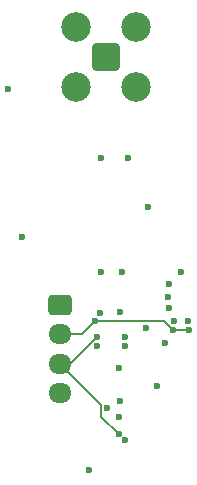
<source format=gbr>
%TF.GenerationSoftware,KiCad,Pcbnew,8.0.8*%
%TF.CreationDate,2025-02-07T05:59:22-05:00*%
%TF.ProjectId,SensorBoardNoMCU,53656e73-6f72-4426-9f61-72644e6f4d43,rev?*%
%TF.SameCoordinates,Original*%
%TF.FileFunction,Copper,L4,Bot*%
%TF.FilePolarity,Positive*%
%FSLAX46Y46*%
G04 Gerber Fmt 4.6, Leading zero omitted, Abs format (unit mm)*
G04 Created by KiCad (PCBNEW 8.0.8) date 2025-02-07 05:59:22*
%MOMM*%
%LPD*%
G01*
G04 APERTURE LIST*
G04 Aperture macros list*
%AMRoundRect*
0 Rectangle with rounded corners*
0 $1 Rounding radius*
0 $2 $3 $4 $5 $6 $7 $8 $9 X,Y pos of 4 corners*
0 Add a 4 corners polygon primitive as box body*
4,1,4,$2,$3,$4,$5,$6,$7,$8,$9,$2,$3,0*
0 Add four circle primitives for the rounded corners*
1,1,$1+$1,$2,$3*
1,1,$1+$1,$4,$5*
1,1,$1+$1,$6,$7*
1,1,$1+$1,$8,$9*
0 Add four rect primitives between the rounded corners*
20,1,$1+$1,$2,$3,$4,$5,0*
20,1,$1+$1,$4,$5,$6,$7,0*
20,1,$1+$1,$6,$7,$8,$9,0*
20,1,$1+$1,$8,$9,$2,$3,0*%
G04 Aperture macros list end*
%TA.AperFunction,ComponentPad*%
%ADD10RoundRect,0.200100X-0.949900X0.949900X-0.949900X-0.949900X0.949900X-0.949900X0.949900X0.949900X0*%
%TD*%
%TA.AperFunction,ComponentPad*%
%ADD11C,2.500000*%
%TD*%
%TA.AperFunction,ComponentPad*%
%ADD12RoundRect,0.250000X-0.725000X0.600000X-0.725000X-0.600000X0.725000X-0.600000X0.725000X0.600000X0*%
%TD*%
%TA.AperFunction,ComponentPad*%
%ADD13O,1.950000X1.700000*%
%TD*%
%TA.AperFunction,ViaPad*%
%ADD14C,0.600000*%
%TD*%
%TA.AperFunction,Conductor*%
%ADD15C,0.200000*%
%TD*%
G04 APERTURE END LIST*
D10*
%TO.P,J1,1,In*%
%TO.N,/RF_IN*%
X98125000Y-62750000D03*
D11*
%TO.P,J1,2,Ext*%
%TO.N,GND*%
X100665000Y-60210000D03*
X95585000Y-60210000D03*
X100665000Y-65290000D03*
X95585000Y-65290000D03*
%TD*%
D12*
%TO.P,J2,1,Pin_1*%
%TO.N,+3.3V*%
X94250000Y-83750000D03*
D13*
%TO.P,J2,2,Pin_2*%
%TO.N,SDA1*%
X94250000Y-86250000D03*
%TO.P,J2,3,Pin_3*%
%TO.N,SCL1*%
X94250000Y-88750000D03*
%TO.P,J2,4,Pin_4*%
%TO.N,GND*%
X94250000Y-91250000D03*
%TD*%
D14*
%TO.N,GND*%
X99750000Y-86500000D03*
X101750000Y-75500000D03*
X100000000Y-71375000D03*
X99250000Y-93250000D03*
X97375000Y-87250000D03*
X97750000Y-81000000D03*
X99375000Y-91875000D03*
X105125000Y-85125000D03*
X99375000Y-84375000D03*
X103875000Y-85125000D03*
X89875000Y-65500000D03*
X102500000Y-90625000D03*
X103396446Y-83103554D03*
X99750000Y-87250000D03*
X99500000Y-81000000D03*
X104500000Y-81000000D03*
X103125000Y-87000000D03*
X103500000Y-82000000D03*
X91000000Y-78000000D03*
X103500000Y-84000000D03*
X96750000Y-97750000D03*
X99250000Y-89125000D03*
X98250000Y-92500000D03*
X97750000Y-71375000D03*
X97625000Y-84500000D03*
X99750000Y-95250000D03*
X101500000Y-85750000D03*
%TO.N,SCL1*%
X99250000Y-94750000D03*
X97375000Y-86500000D03*
%TO.N,SDA1*%
X103850000Y-85875000D03*
X105150000Y-85875000D03*
X97250000Y-85125000D03*
%TD*%
D15*
%TO.N,SCL1*%
X99250000Y-94750000D02*
X97750000Y-93250000D01*
X97750000Y-92250000D02*
X94250000Y-88750000D01*
X95125000Y-88750000D02*
X94250000Y-88750000D01*
X97750000Y-93250000D02*
X97750000Y-92250000D01*
X97375000Y-86500000D02*
X95125000Y-88750000D01*
%TO.N,SDA1*%
X103850000Y-85875000D02*
X105150000Y-85875000D01*
X94250000Y-86250000D02*
X96125000Y-86250000D01*
X103100000Y-85125000D02*
X103850000Y-85875000D01*
X96125000Y-86250000D02*
X97250000Y-85125000D01*
X97250000Y-85125000D02*
X103100000Y-85125000D01*
%TD*%
M02*

</source>
